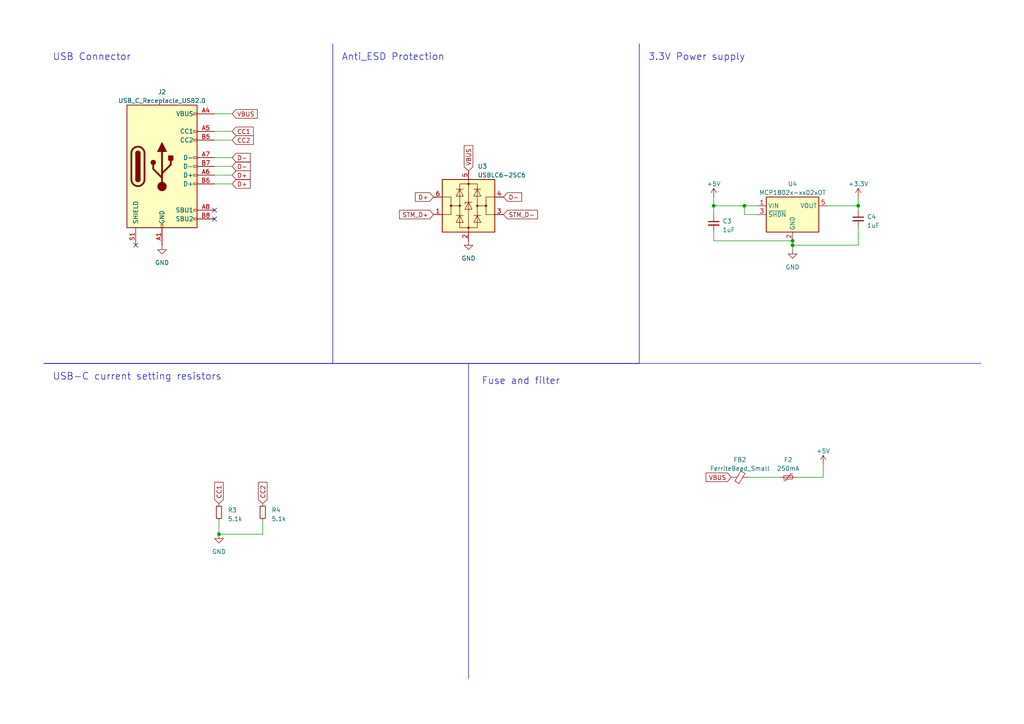
<source format=kicad_sch>
(kicad_sch (version 20230121) (generator eeschema)
  (paper "A4")
  (title_block (title "Tuto USB-C") (date "2024-09-17") (rev "Jean-Philippe THOMAR") (company "ENSEA 3A ESE"))
  (lib_symbols
    (symbol "Connector:USB_C_Receptacle_USB2.0" (pin_names (offset 1.016))
      (property "Reference" "J" (at -10.16 19.05 0))
      (property "Value" "USB_C_Receptacle_USB2.0" (at 19.05 19.05 0))
      (symbol "USB_C_Receptacle_USB2.0_0_0"
        (rectangle (start -0.254 -17.78) (end 0.254 -16.764))
        (rectangle (start 10.16 -14.986) (end 9.144 -15.494))
        (rectangle (start 10.16 -12.446) (end 9.144 -12.954))
        (rectangle (start 10.16 -4.826) (end 9.144 -5.334))
        (rectangle (start 10.16 -2.286) (end 9.144 -2.794))
        (rectangle (start 10.16 0.254) (end 9.144 -0.254))
        (rectangle (start 10.16 2.794) (end 9.144 2.286))
        (rectangle (start 10.16 7.874) (end 9.144 7.366))
        (rectangle (start 10.16 10.414) (end 9.144 9.906))
        (rectangle (start 10.16 15.494) (end 9.144 14.986))
      )
      (symbol "USB_C_Receptacle_USB2.0_0_1"
        (rectangle (start -10.16 17.78) (end 10.16 -17.78) (stroke (width 0.254)) (fill (type background)))
        (arc (start -8.89 -3.81) (mid -6.985 -5.7067) (end -5.08 -3.81) (stroke (width 0.508)))
        (arc (start -7.62 -3.81) (mid -6.985 -4.4423) (end -6.35 -3.81) (stroke (width 0.254)))
        (arc (start -7.62 -3.81) (mid -6.985 -4.4423) (end -6.35 -3.81) (stroke (width 0.254)) (fill (type outline)))
        (rectangle (start -7.62 -3.81) (end -6.35 3.81) (stroke (width 0.254)) (fill (type outline)))
        (arc (start -6.35 3.81) (mid -6.985 4.4423) (end -7.62 3.81) (stroke (width 0.254)))
        (arc (start -6.35 3.81) (mid -6.985 4.4423) (end -7.62 3.81) (stroke (width 0.254)) (fill (type outline)))
        (arc (start -5.08 3.81) (mid -6.985 5.7067) (end -8.89 3.81) (stroke (width 0.508)))
        (circle (center -2.54 1.143) (radius 0.635) (stroke (width 0.254)) (fill (type outline)))
        (circle (center 0 -5.842) (radius 1.27) (fill (type outline)))
        (polyline (pts (xy -8.89 -3.81) (xy -8.89 3.81)) (stroke (width 0.508)))
        (polyline (pts (xy -5.08 3.81) (xy -5.08 -3.81)) (stroke (width 0.508)))
        (polyline (pts (xy 0 -5.842) (xy 0 4.318)) (stroke (width 0.508)))
        (polyline (pts (xy 0 -3.302) (xy -2.54 -0.762) (xy -2.54 0.508)) (stroke (width 0.508)))
        (polyline (pts (xy 0 -2.032) (xy 2.54 0.508) (xy 2.54 1.778)) (stroke (width 0.508)))
        (polyline (pts (xy -1.27 4.318) (xy 0 6.858) (xy 1.27 4.318) (xy -1.27 4.318)) (stroke (width 0.254)) (fill (type outline)))
        (rectangle (start 1.905 1.778) (end 3.175 3.048) (stroke (width 0.254)) (fill (type outline)))
      )
      (symbol "USB_C_Receptacle_USB2.0_1_1"
        (pin passive line (at 0 -22.86 90) (length 5.08) (name "GND") (number "A1"))
        (pin passive line (at 0 -22.86 90) (length 5.08) hide (name "GND") (number "A12"))
        (pin passive line (at 15.24 15.24 180) (length 5.08) (name "VBUS") (number "A4"))
        (pin bidirectional line (at 15.24 10.16 180) (length 5.08) (name "CC1") (number "A5"))
        (pin bidirectional line (at 15.24 -2.54 180) (length 5.08) (name "D+") (number "A6"))
        (pin bidirectional line (at 15.24 2.54 180) (length 5.08) (name "D-") (number "A7"))
        (pin bidirectional line (at 15.24 -12.7 180) (length 5.08) (name "SBU1") (number "A8"))
        (pin passive line (at 15.24 15.24 180) (length 5.08) hide (name "VBUS") (number "A9"))
        (pin passive line (at 0 -22.86 90) (length 5.08) hide (name "GND") (number "B1"))
        (pin passive line (at 0 -22.86 90) (length 5.08) hide (name "GND") (number "B12"))
        (pin passive line (at 15.24 15.24 180) (length 5.08) hide (name "VBUS") (number "B4"))
        (pin bidirectional line (at 15.24 7.62 180) (length 5.08) (name "CC2") (number "B5"))
        (pin bidirectional line (at 15.24 -5.08 180) (length 5.08) (name "D+") (number "B6"))
        (pin bidirectional line (at 15.24 0 180) (length 5.08) (name "D-") (number "B7"))
        (pin bidirectional line (at 15.24 -15.24 180) (length 5.08) (name "SBU2") (number "B8"))
        (pin passive line (at 15.24 15.24 180) (length 5.08) hide (name "VBUS") (number "B9"))
        (pin passive line (at -7.62 -22.86 90) (length 5.08) (name "SHIELD") (number "S1"))
      )
    )
    (symbol "Device:C_Small" (pin_numbers hide) (pin_names (offset 0.254) hide)
      (property "Reference" "C" (at 0.254 1.778 0))
      (property "Value" "C_Small" (at 0.254 -2.032 0))
      (symbol "C_Small_0_1"
        (polyline (pts (xy -1.524 -0.508) (xy 1.524 -0.508)) (stroke (width 0.3302)))
        (polyline (pts (xy -1.524 0.508) (xy 1.524 0.508)) (stroke (width 0.3048)))
      )
      (symbol "C_Small_1_1"
        (pin passive line (at 0 2.54 270) (length 2.032) (name "~") (number "1"))
        (pin passive line (at 0 -2.54 90) (length 2.032) (name "~") (number "2"))
      )
    )
    (symbol "Device:FerriteBead_Small" (pin_numbers hide) (pin_names (offset 0))
      (property "Reference" "FB" (at 1.905 1.27 0))
      (property "Value" "FerriteBead_Small" (at 1.905 -1.27 0))
      (symbol "FerriteBead_Small_0_1"
        (polyline (pts (xy 0 -1.27) (xy 0 -0.7874)))
        (polyline (pts (xy 0 0.889) (xy 0 1.2954)))
        (polyline (pts (xy -1.8288 0.2794) (xy -1.1176 1.4986) (xy 1.8288 -0.2032) (xy 1.1176 -1.4224) (xy -1.8288 0.2794)))
      )
      (symbol "FerriteBead_Small_1_1"
        (pin passive line (at 0 2.54 270) (length 1.27) (name "~") (number "1"))
        (pin passive line (at 0 -2.54 90) (length 1.27) (name "~") (number "2"))
      )
    )
    (symbol "Device:Polyfuse_Small" (pin_numbers hide) (pin_names (offset 0))
      (property "Reference" "F" (at -1.905 0 90))
      (property "Value" "Polyfuse_Small" (at 1.905 0 90))
      (symbol "Polyfuse_Small_0_1"
        (rectangle (start -0.508 1.27) (end 0.508 -1.27))
        (polyline (pts (xy 0 2.54) (xy 0 -2.54)))
        (polyline (pts (xy -1.016 1.27) (xy -1.016 0.762) (xy 1.016 -0.762) (xy 1.016 -1.27)))
      )
      (symbol "Polyfuse_Small_1_1"
        (pin passive line (at 0 2.54 270) (length 0.635) (name "~") (number "1"))
        (pin passive line (at 0 -2.54 90) (length 0.635) (name "~") (number "2"))
      )
    )
    (symbol "Device:R_Small" (pin_numbers hide) (pin_names (offset 0.254) hide)
      (property "Reference" "R" (at 0.762 0.508 0))
      (property "Value" "R_Small" (at 0.762 -1.016 0))
      (symbol "R_Small_0_1"
        (rectangle (start -0.762 1.778) (end 0.762 -1.778) (stroke (width 0.2032)))
      )
      (symbol "R_Small_1_1"
        (pin passive line (at 0 2.54 270) (length 0.762) (name "~") (number "1"))
        (pin passive line (at 0 -2.54 90) (length 0.762) (name "~") (number "2"))
      )
    )
    (symbol "Power_Protection:USBLC6-2SC6" (pin_names hide)
      (property "Reference" "U" (at 2.54 8.89 0))
      (property "Value" "USBLC6-2SC6" (at 2.54 -8.89 0))
      (symbol "USBLC6-2SC6_0_1"
        (rectangle (start -7.62 -7.62) (end 7.62 7.62) (stroke (width 0.254)) (fill (type background)))
        (circle (center -5.08 0) (radius 0.254) (fill (type outline)))
        (circle (center -2.54 0) (radius 0.254) (fill (type outline)))
        (rectangle (start -2.54 6.35) (end 2.54 -6.35))
        (circle (center 0 -6.35) (radius 0.254) (fill (type outline)))
        (polyline (pts (xy -5.08 -2.54) (xy -7.62 -2.54)))
        (polyline (pts (xy -5.08 0) (xy -5.08 -2.54)))
        (polyline (pts (xy -5.08 2.54) (xy -7.62 2.54)))
        (polyline (pts (xy -1.524 -2.794) (xy -3.556 -2.794)))
        (polyline (pts (xy -1.524 4.826) (xy -3.556 4.826)))
        (polyline (pts (xy 0 -7.62) (xy 0 -6.35)))
        (polyline (pts (xy 0 -6.35) (xy 0 1.27)))
        (polyline (pts (xy 0 1.27) (xy 0 6.35)))
        (polyline (pts (xy 0 6.35) (xy 0 7.62)))
        (polyline (pts (xy 1.524 -2.794) (xy 3.556 -2.794)))
        (polyline (pts (xy 1.524 4.826) (xy 3.556 4.826)))
        (polyline (pts (xy 5.08 -2.54) (xy 7.62 -2.54)))
        (polyline (pts (xy 5.08 0) (xy 5.08 -2.54)))
        (polyline (pts (xy 5.08 2.54) (xy 7.62 2.54)))
        (polyline (pts (xy -2.54 0) (xy -5.08 0) (xy -5.08 2.54)))
        (polyline (pts (xy 2.54 0) (xy 5.08 0) (xy 5.08 2.54)))
        (polyline (pts (xy -3.556 -4.826) (xy -1.524 -4.826) (xy -2.54 -2.794) (xy -3.556 -4.826)))
        (polyline (pts (xy -3.556 2.794) (xy -1.524 2.794) (xy -2.54 4.826) (xy -3.556 2.794)))
        (polyline (pts (xy -1.016 -1.016) (xy 1.016 -1.016) (xy 0 1.016) (xy -1.016 -1.016)))
        (polyline (pts (xy 1.016 1.016) (xy 0.762 1.016) (xy -1.016 1.016) (xy -1.016 0.508)))
        (polyline (pts (xy 3.556 -4.826) (xy 1.524 -4.826) (xy 2.54 -2.794) (xy 3.556 -4.826)))
        (polyline (pts (xy 3.556 2.794) (xy 1.524 2.794) (xy 2.54 4.826) (xy 3.556 2.794)))
        (circle (center 0 6.35) (radius 0.254) (fill (type outline)))
        (circle (center 2.54 0) (radius 0.254) (fill (type outline)))
        (circle (center 5.08 0) (radius 0.254) (fill (type outline)))
      )
      (symbol "USBLC6-2SC6_1_1"
        (pin passive line (at -10.16 -2.54 0) (length 2.54) (name "I/O1") (number "1"))
        (pin passive line (at 0 -10.16 90) (length 2.54) (name "GND") (number "2"))
        (pin passive line (at 10.16 -2.54 180) (length 2.54) (name "I/O2") (number "3"))
        (pin passive line (at 10.16 2.54 180) (length 2.54) (name "I/O2") (number "4"))
        (pin passive line (at 0 10.16 270) (length 2.54) (name "VBUS") (number "5"))
        (pin passive line (at -10.16 2.54 0) (length 2.54) (name "I/O1") (number "6"))
      )
    )
    (symbol "Regulator_Linear:MCP1802x-xx02xOT"
      (property "Reference" "U" (at -6.35 6.35 0))
      (property "Value" "MCP1802x-xx02xOT" (at 0 6.35 0))
      (symbol "MCP1802x-xx02xOT_0_1"
        (rectangle (start -7.62 5.08) (end 7.62 -5.08) (stroke (width 0.254)) (fill (type background)))
      )
      (symbol "MCP1802x-xx02xOT_1_1"
        (pin power_in line (at -10.16 2.54 0) (length 2.54) (name "VIN") (number "1"))
        (pin power_in line (at 0 -7.62 90) (length 2.54) (name "GND") (number "2"))
        (pin input line (at -10.16 0 0) (length 2.54) (name "~{SHDN}") (number "3"))
        (pin no_connect line (at 7.62 0 180) (length 2.54) hide (name "NC") (number "4"))
        (pin power_out line (at 10.16 2.54 180) (length 2.54) (name "VOUT") (number "5"))
      )
    )
    (symbol "power:+3.3V" (power) (pin_names (offset 0))
      (property "Value" "+3.3V" (at 0 3.556 0))
      (symbol "+3.3V_0_1"
        (polyline (pts (xy -0.762 1.27) (xy 0 2.54)))
        (polyline (pts (xy 0 0) (xy 0 2.54)))
        (polyline (pts (xy 0 2.54) (xy 0.762 1.27)))
      )
      (symbol "+3.3V_1_1"
        (pin power_in line (at 0 0 90) (length 0) hide (name "+3.3V") (number "1"))
      )
    )
    (symbol "power:+5V" (power) (pin_names (offset 0))
      (property "Value" "+5V" (at 0 3.556 0))
      (symbol "+5V_0_1"
        (polyline (pts (xy -0.762 1.27) (xy 0 2.54)))
        (polyline (pts (xy 0 0) (xy 0 2.54)))
        (polyline (pts (xy 0 2.54) (xy 0.762 1.27)))
      )
      (symbol "+5V_1_1"
        (pin power_in line (at 0 0 90) (length 0) hide (name "+5V") (number "1"))
      )
    )
    (symbol "power:GND" (power) (pin_names (offset 0))
      (property "Value" "GND" (at 0 -3.81 0))
      (symbol "GND_0_1"
        (polyline (pts (xy 0 0) (xy 0 -1.27) (xy 1.27 -1.27) (xy 0 -2.54) (xy -1.27 -1.27) (xy 0 -1.27)))
      )
      (symbol "GND_1_1"
        (pin power_in line (at 0 0 270) (length 0) hide (name "GND") (number "1"))
      )
    )
  )
  (junction (at 215.9 59.69))
  (junction (at 248.92 59.69))
  (junction (at 63.5 154.94))
  (junction (at 229.87 69.85))
  (junction (at 207.01 59.69))
  (junction (at 229.87 71.12))
  (no_connect (at 62.23 60.96))
  (no_connect (at 62.23 63.5))
  (no_connect (at 39.37 71.12))
  (wire (pts (xy 63.5 154.94) (xy 76.2 154.94)))
  (wire (pts (xy 207.01 59.69) (xy 207.01 62.23)))
  (wire (pts (xy 207.01 57.15) (xy 207.01 59.69)))
  (polyline (pts (xy 12.7 105.41) (xy 284.48 105.41)))
  (wire (pts (xy 76.2 151.13) (xy 76.2 154.94)))
  (wire (pts (xy 248.92 59.69) (xy 248.92 57.15)))
  (wire (pts (xy 248.92 71.12) (xy 229.87 71.12)))
  (wire (pts (xy 219.71 62.23) (xy 215.9 62.23)))
  (wire (pts (xy 229.87 69.85) (xy 229.87 71.12)))
  (polyline (pts (xy 135.89 105.41) (xy 135.89 196.85)))
  (wire (pts (xy 238.76 138.43) (xy 231.14 138.43)))
  (wire (pts (xy 207.01 67.31) (xy 207.01 69.85)))
  (wire (pts (xy 248.92 66.04) (xy 248.92 71.12)))
  (wire (pts (xy 248.92 59.69) (xy 248.92 60.96)))
  (polyline (pts (xy 185.42 12.7) (xy 185.42 105.41)))
  (wire (pts (xy 62.23 50.8) (xy 67.31 50.8)))
  (wire (pts (xy 207.01 69.85) (xy 229.87 69.85)))
  (wire (pts (xy 62.23 33.02) (xy 67.31 33.02)))
  (wire (pts (xy 229.87 71.12) (xy 229.87 72.39)))
  (wire (pts (xy 219.71 59.69) (xy 215.9 59.69)))
  (wire (pts (xy 62.23 40.64) (xy 67.31 40.64)))
  (polyline (pts (xy 12.7 105.41) (xy 135.89 105.41)))
  (wire (pts (xy 215.9 59.69) (xy 207.01 59.69)))
  (wire (pts (xy 62.23 48.26) (xy 67.31 48.26)))
  (wire (pts (xy 240.03 59.69) (xy 248.92 59.69)))
  (wire (pts (xy 217.17 138.43) (xy 226.06 138.43)))
  (wire (pts (xy 63.5 151.13) (xy 63.5 154.94)))
  (wire (pts (xy 62.23 53.34) (xy 67.31 53.34)))
  (wire (pts (xy 62.23 38.1) (xy 67.31 38.1)))
  (wire (pts (xy 62.23 45.72) (xy 67.31 45.72)))
  (wire (pts (xy 238.76 134.62) (xy 238.76 138.43)))
  (polyline (pts (xy 96.52 12.7) (xy 96.52 105.41)))
  (wire (pts (xy 215.9 62.23) (xy 215.9 59.69)))
  (polyline (pts (xy 135.89 105.41) (xy 185.42 105.41)))
  (text "Anti_ESD Protection" (at 99.06 17.78 0) (effects (font (size 2 2)) (justify left bottom)))
  (text "USB Connector" (at 15.24 17.78 0) (effects (font (size 2 2)) (justify left bottom)))
  (text "USB-C current setting resistors" (at 15.24 110.49 0) (effects (font (size 2 2)) (justify left bottom)))
  (text "3.3V Power supply" (at 187.96 17.78 0) (effects (font (size 2 2)) (justify left bottom)))
  (text "Fuse and filter" (at 139.7 111.76 0) (effects (font (size 2 2)) (justify left bottom)))
  (global_label "CC2" (shape input) (at 67.31 40.64 0) (property "Intersheetrefs" "${INTERSHEET_REFS}" (effects hide)))
  (global_label "CC1" (shape input) (at 63.5 146.05 90) (property "Intersheetrefs" "${INTERSHEET_REFS}" (effects hide)))
  (global_label "D-" (shape input) (at 67.31 45.72 0) (property "Intersheetrefs" "${INTERSHEET_REFS}" (effects hide)))
  (global_label "VBUS" (shape input) (at 67.31 33.02 0) (property "Intersheetrefs" "${INTERSHEET_REFS}" (effects hide)))
  (global_label "D+" (shape input) (at 67.31 50.8 0) (property "Intersheetrefs" "${INTERSHEET_REFS}" (effects hide)))
  (global_label "STM_D-" (shape input) (at 146.05 62.23 0) (property "Intersheetrefs" "${INTERSHEET_REFS}" (effects hide)))
  (global_label "D-" (shape input) (at 67.31 48.26 0) (property "Intersheetrefs" "${INTERSHEET_REFS}" (effects hide)))
  (global_label "VBUS" (shape input) (at 212.09 138.43 180) (property "Intersheetrefs" "${INTERSHEET_REFS}" (effects hide)))
  (global_label "D+" (shape input) (at 67.31 53.34 0) (property "Intersheetrefs" "${INTERSHEET_REFS}" (effects hide)))
  (global_label "VBUS" (shape input) (at 135.89 49.53 90) (property "Intersheetrefs" "${INTERSHEET_REFS}" (effects hide)))
  (global_label "STM_D+" (shape input) (at 125.73 62.23 180) (property "Intersheetrefs" "${INTERSHEET_REFS}" (effects hide)))
  (global_label "D+" (shape input) (at 125.73 57.15 180) (property "Intersheetrefs" "${INTERSHEET_REFS}" (effects hide)))
  (global_label "CC1" (shape input) (at 67.31 38.1 0) (property "Intersheetrefs" "${INTERSHEET_REFS}" (effects hide)))
  (global_label "CC2" (shape input) (at 76.2 146.05 90) (property "Intersheetrefs" "${INTERSHEET_REFS}" (effects hide)))
  (global_label "D-" (shape input) (at 146.05 57.15 0) (property "Intersheetrefs" "${INTERSHEET_REFS}" (effects hide)))
  (symbol (lib_id "Device:R_Small") (at 76.2 148.59 0) (unit 1)
    (property "Reference" "R4" (at 78.74 147.955 0) (effects (justify left)))
    (property "Value" "5.1k" (at 78.74 150.495 0) (effects (justify left)))
    (instances (project "tuto_usb-c" (path "" (reference "R4") (unit 1)) (path "" (reference "R2") (unit 1))))
  )
  (symbol (lib_id "Device:Polyfuse_Small") (at 228.6 138.43 90) (unit 1)
    (property "Reference" "F2" (at 228.6 133.35 90))
    (property "Value" "250mA" (at 228.6 135.89 90))
    (instances (project "tuto_usb-c" (path "" (reference "F2") (unit 1)) (path "" (reference "F1") (unit 1))))
  )
  (symbol (lib_id "Regulator_Linear:MCP1802x-xx02xOT") (at 229.87 62.23 0) (unit 1)
    (property "Reference" "U4" (at 229.87 53.34 0))
    (property "Value" "MCP1802x-xx02xOT" (at 229.87 55.88 0))
    (property "Footprint" "Package_TO_SOT_SMD:SOT-23-5" (effects hide))
    (property "Datasheet" "http://ww1.microchip.com/downloads/en/DeviceDoc/22053C.pdf" (effects hide))
    (instances (project "tuto_usb-c" (path "" (reference "U4") (unit 1)) (path "" (reference "U2") (unit 1))))
  )
  (symbol (lib_id "Connector:USB_C_Receptacle_USB2.0") (at 46.99 48.26 0) (unit 1)
    (property "Reference" "J2" (at 46.99 26.67 0))
    (property "Value" "USB_C_Receptacle_USB2.0" (at 46.99 29.21 0))
    (property "Datasheet" "https://www.usb.org/sites/default/files/documents/usb_type-c.zip" (effects hide))
    (instances (project "tuto_usb-c" (path "" (reference "J2") (unit 1)) (path "" (reference "J1") (unit 1))))
  )
  (symbol (lib_id "power:GND") (at 229.87 72.39 0) (unit 1)
    (property "Reference" "#PWR012" (effects hide))
    (property "Value" "GND" (at 229.87 77.47 0))
    (instances (project "tuto_usb-c" (path "" (reference "#PWR012") (unit 1)) (path "" (reference "#PWR05") (unit 1))))
  )
  (symbol (lib_id "Device:FerriteBead_Small") (at 214.63 138.43 90) (unit 1)
    (property "Reference" "FB2" (at 214.5919 133.35 90))
    (property "Value" "FerriteBead_Small" (at 214.5919 135.89 90))
    (instances (project "tuto_usb-c" (path "" (reference "FB2") (unit 1)) (path "" (reference "FB1") (unit 1))))
  )
  (symbol (lib_id "Device:R_Small") (at 63.5 148.59 0) (unit 1)
    (property "Reference" "R3" (at 66.04 147.955 0) (effects (justify left)))
    (property "Value" "5.1k" (at 66.04 150.495 0) (effects (justify left)))
    (instances (project "tuto_usb-c" (path "" (reference "R3") (unit 1)) (path "" (reference "R1") (unit 1))))
  )
  (symbol (lib_id "Power_Protection:USBLC6-2SC6") (at 135.89 59.69 0) (unit 1)
    (property "Reference" "U3" (at 138.5317 48.26 0) (effects (justify left)))
    (property "Value" "USBLC6-2SC6" (at 138.5317 50.8 0) (effects (justify left)))
    (property "Footprint" "Package_TO_SOT_SMD:SOT-23-6" (effects hide))
    (property "Datasheet" "https://www.st.com/resource/en/datasheet/usblc6-2.pdf" (effects hide))
    (instances (project "tuto_usb-c" (path "" (reference "U3") (unit 1)) (path "" (reference "U1") (unit 1))))
  )
  (symbol (lib_id "power:+5V") (at 207.01 57.15 0) (unit 1)
    (property "Reference" "#PWR011" (effects hide))
    (property "Value" "+5V" (at 207.01 53.34 0))
    (instances (project "tuto_usb-c" (path "" (reference "#PWR011") (unit 1)) (path "" (reference "#PWR04") (unit 1))))
  )
  (symbol (lib_id "power:GND") (at 63.5 154.94 0) (unit 1)
    (property "Reference" "#PWR09" (effects hide))
    (property "Value" "GND" (at 63.5 160.02 0))
    (instances (project "tuto_usb-c" (path "" (reference "#PWR09") (unit 1)) (path "" (reference "#PWR02") (unit 1))))
  )
  (symbol (lib_id "Device:C_Small") (at 248.92 63.5 0) (unit 1)
    (property "Reference" "C4" (at 251.46 62.8713 0) (effects (justify left)))
    (property "Value" "1uF" (at 251.46 65.4113 0) (effects (justify left)))
    (instances (project "tuto_usb-c" (path "" (reference "C4") (unit 1)) (path "" (reference "C2") (unit 1))))
  )
  (symbol (lib_id "power:GND") (at 46.99 71.12 0) (unit 1)
    (property "Reference" "#PWR08" (effects hide))
    (property "Value" "GND" (at 46.99 76.2 0))
    (instances (project "tuto_usb-c" (path "" (reference "#PWR08") (unit 1)) (path "" (reference "#PWR01") (unit 1))))
  )
  (symbol (lib_id "Device:C_Small") (at 207.01 64.77 0) (unit 1)
    (property "Reference" "C3" (at 209.55 64.1413 0) (effects (justify left)))
    (property "Value" "1uF" (at 209.55 66.6813 0) (effects (justify left)))
    (instances (project "tuto_usb-c" (path "" (reference "C3") (unit 1)) (path "" (reference "C1") (unit 1))))
  )
  (symbol (lib_id "power:+5V") (at 238.76 134.62 0) (unit 1)
    (property "Reference" "#PWR013" (effects hide))
    (property "Value" "+5V" (at 238.76 130.81 0))
    (instances (project "tuto_usb-c" (path "" (reference "#PWR013") (unit 1)) (path "" (reference "#PWR06") (unit 1))))
  )
  (symbol (lib_id "power:+3.3V") (at 248.92 57.15 0) (unit 1)
    (property "Reference" "#PWR014" (effects hide))
    (property "Value" "+3.3V" (at 248.92 53.34 0))
    (instances (project "tuto_usb-c" (path "" (reference "#PWR014") (unit 1)) (path "" (reference "#PWR07") (unit 1))))
  )
  (symbol (lib_id "power:GND") (at 135.89 69.85 0) (unit 1)
    (property "Reference" "#PWR010" (effects hide))
    (property "Value" "GND" (at 135.89 74.93 0))
    (instances (project "tuto_usb-c" (path "" (reference "#PWR010") (unit 1)) (path "" (reference "#PWR03") (unit 1))))
  )
)
</source>
